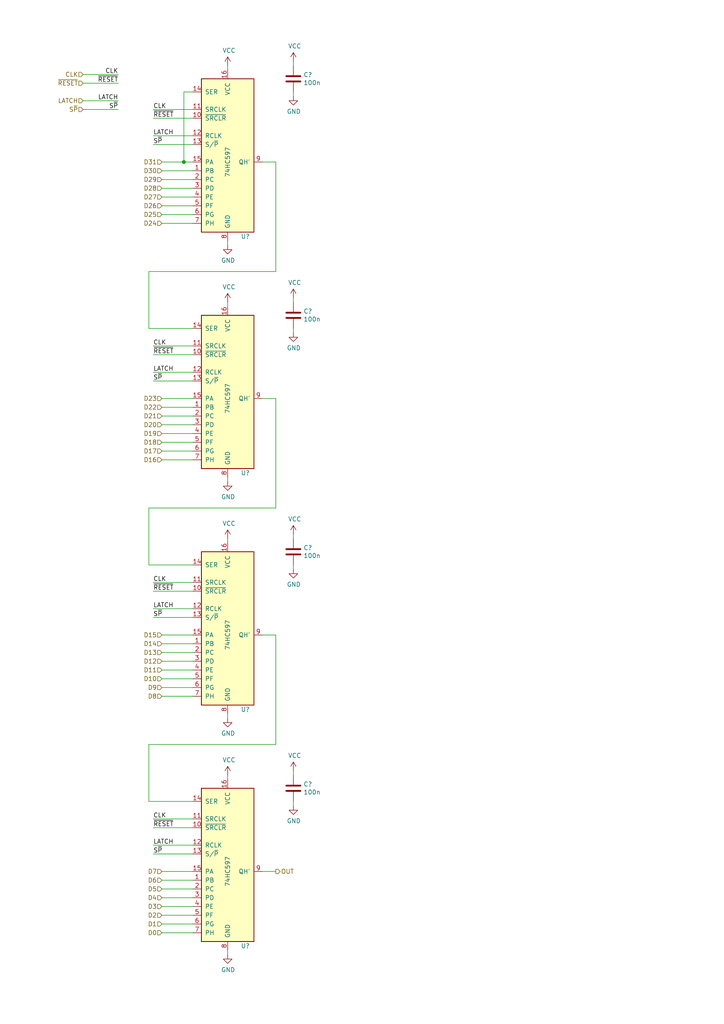
<source format=kicad_sch>
(kicad_sch (version 20211123) (generator eeschema)
  (paper "A4" portrait)
  (lib_symbols
    (symbol "Device:C" (pin_numbers hide) (pin_names (offset 0.254))
      (property "Reference" "C" (at 0.635 2.54 0))
      (property "Value" "C" (at 0.635 -2.54 0))
      (symbol "C_0_1"
        (polyline (pts (xy -2.032 -0.762) (xy 2.032 -0.762)) (stroke (width 0.508)))
        (polyline (pts (xy -2.032 0.762) (xy 2.032 0.762)) (stroke (width 0.508)))
      )
      (symbol "C_1_1"
        (pin passive line (at 0 3.81 270) (length 2.794) (name "~") (number "1"))
        (pin passive line (at 0 -3.81 90) (length 2.794) (name "~") (number "2"))
      )
    )
    (symbol "power:GND" (power) (pin_names (offset 0))
      (property "Value" "GND" (at 0 -3.81 0))
      (symbol "GND_0_1"
        (polyline (pts (xy 0 0) (xy 0 -1.27) (xy 1.27 -1.27) (xy 0 -2.54) (xy -1.27 -1.27) (xy 0 -1.27)))
      )
      (symbol "GND_1_1"
        (pin power_in line (at 0 0 270) (length 0) hide (name "GND") (number "1"))
      )
    )
    (symbol "power:VCC" (power) (pin_names (offset 0))
      (property "Value" "VCC" (at 0 3.81 0))
      (symbol "VCC_0_1"
        (polyline (pts (xy -0.762 1.27) (xy 0 2.54)))
        (polyline (pts (xy 0 0) (xy 0 2.54)))
        (polyline (pts (xy 0 2.54) (xy 0.762 1.27)))
      )
      (symbol "VCC_1_1"
        (pin power_in line (at 0 0 90) (length 0) hide (name "VCC") (number "1"))
      )
    )
    (symbol "riscv-serial:74HC597" (pin_names (offset 1.016))
      (property "Reference" "U" (at 5.08 -22.86 0))
      (property "Value" "74HC597" (at 0 0 90))
      (symbol "74HC597_0_1"
        (rectangle (start -7.62 24.13) (end 7.62 -20.32) (stroke (width 0.254)) (fill (type background)))
      )
      (symbol "74HC597_1_1"
        (pin input line (at -10.16 -2.54 0) (length 2.54) (name "PB") (number "1"))
        (pin input line (at -10.16 12.7 0) (length 2.54) (name "~{SRCLR}") (number "10"))
        (pin input line (at -10.16 15.24 0) (length 2.54) (name "SRCLK") (number "11"))
        (pin input line (at -10.16 7.62 0) (length 2.54) (name "RCLK") (number "12"))
        (pin input line (at -10.16 5.08 0) (length 2.54) (name "S/~{P}") (number "13"))
        (pin input line (at -10.16 20.32 0) (length 2.54) (name "SER") (number "14"))
        (pin input line (at -10.16 0 0) (length 2.54) (name "PA") (number "15"))
        (pin power_in line (at 0 26.67 270) (length 2.54) (name "VCC") (number "16"))
        (pin input line (at -10.16 -5.08 0) (length 2.54) (name "PC") (number "2"))
        (pin input line (at -10.16 -7.62 0) (length 2.54) (name "PD") (number "3"))
        (pin input line (at -10.16 -10.16 0) (length 2.54) (name "PE") (number "4"))
        (pin input line (at -10.16 -12.7 0) (length 2.54) (name "PF") (number "5"))
        (pin input line (at -10.16 -15.24 0) (length 2.54) (name "PG") (number "6"))
        (pin input line (at -10.16 -17.78 0) (length 2.54) (name "PH") (number "7"))
        (pin power_in line (at 0 -22.86 90) (length 2.54) (name "GND") (number "8"))
        (pin output line (at 10.16 0 180) (length 2.54) (name "QH'") (number "9"))
      )
    )
  )
  (junction (at 53.34 46.99))
  (wire (pts (xy 66.04 69.85) (xy 66.04 71.12)))
  (wire (pts (xy 44.45 171.45) (xy 55.88 171.45)))
  (wire (pts (xy 55.88 64.77) (xy 46.99 64.77)))
  (wire (pts (xy 80.01 184.15) (xy 76.2 184.15)))
  (wire (pts (xy 43.18 163.83) (xy 55.88 163.83)))
  (wire (pts (xy 55.88 133.35) (xy 46.99 133.35)))
  (wire (pts (xy 55.88 39.37) (xy 44.45 39.37)))
  (wire (pts (xy 44.45 110.49) (xy 55.88 110.49)))
  (wire (pts (xy 55.88 128.27) (xy 46.99 128.27)))
  (wire (pts (xy 53.34 26.67) (xy 53.34 46.99)))
  (wire (pts (xy 55.88 201.93) (xy 46.99 201.93)))
  (wire (pts (xy 85.09 95.25) (xy 85.09 96.52)))
  (wire (pts (xy 80.01 46.99) (xy 80.01 78.74)))
  (wire (pts (xy 80.01 78.74) (xy 43.18 78.74)))
  (wire (pts (xy 46.99 120.65) (xy 55.88 120.65)))
  (wire (pts (xy 46.99 257.81) (xy 55.88 257.81)))
  (wire (pts (xy 46.99 115.57) (xy 55.88 115.57)))
  (wire (pts (xy 34.29 24.13) (xy 24.13 24.13)))
  (wire (pts (xy 85.09 163.83) (xy 85.09 165.1)))
  (wire (pts (xy 66.04 224.79) (xy 66.04 226.06)))
  (wire (pts (xy 46.99 46.99) (xy 53.34 46.99)))
  (wire (pts (xy 55.88 26.67) (xy 53.34 26.67)))
  (wire (pts (xy 46.99 57.15) (xy 55.88 57.15)))
  (wire (pts (xy 80.01 252.73) (xy 76.2 252.73)))
  (wire (pts (xy 55.88 270.51) (xy 46.99 270.51)))
  (wire (pts (xy 66.04 19.05) (xy 66.04 20.32)))
  (wire (pts (xy 80.01 215.9) (xy 43.18 215.9)))
  (wire (pts (xy 85.09 86.36) (xy 85.09 87.63)))
  (wire (pts (xy 34.29 31.75) (xy 24.13 31.75)))
  (wire (pts (xy 46.99 267.97) (xy 55.88 267.97)))
  (wire (pts (xy 46.99 125.73) (xy 55.88 125.73)))
  (wire (pts (xy 66.04 156.21) (xy 66.04 157.48)))
  (wire (pts (xy 55.88 54.61) (xy 46.99 54.61)))
  (wire (pts (xy 80.01 115.57) (xy 80.01 147.32)))
  (wire (pts (xy 80.01 115.57) (xy 76.2 115.57)))
  (wire (pts (xy 46.99 130.81) (xy 55.88 130.81)))
  (wire (pts (xy 46.99 199.39) (xy 55.88 199.39)))
  (wire (pts (xy 55.88 196.85) (xy 46.99 196.85)))
  (wire (pts (xy 53.34 46.99) (xy 55.88 46.99)))
  (wire (pts (xy 43.18 215.9) (xy 43.18 232.41)))
  (wire (pts (xy 55.88 118.11) (xy 46.99 118.11)))
  (wire (pts (xy 85.09 26.67) (xy 85.09 27.94)))
  (wire (pts (xy 55.88 49.53) (xy 46.99 49.53)))
  (wire (pts (xy 85.09 232.41) (xy 85.09 233.68)))
  (wire (pts (xy 44.45 240.03) (xy 55.88 240.03)))
  (wire (pts (xy 46.99 194.31) (xy 55.88 194.31)))
  (wire (pts (xy 55.88 265.43) (xy 46.99 265.43)))
  (wire (pts (xy 46.99 252.73) (xy 55.88 252.73)))
  (wire (pts (xy 66.04 87.63) (xy 66.04 88.9)))
  (wire (pts (xy 55.88 168.91) (xy 44.45 168.91)))
  (wire (pts (xy 85.09 154.94) (xy 85.09 156.21)))
  (wire (pts (xy 55.88 176.53) (xy 44.45 176.53)))
  (wire (pts (xy 85.09 17.78) (xy 85.09 19.05)))
  (wire (pts (xy 46.99 262.89) (xy 55.88 262.89)))
  (wire (pts (xy 66.04 207.01) (xy 66.04 208.28)))
  (wire (pts (xy 44.45 247.65) (xy 55.88 247.65)))
  (wire (pts (xy 55.88 186.69) (xy 46.99 186.69)))
  (wire (pts (xy 43.18 147.32) (xy 43.18 163.83)))
  (wire (pts (xy 55.88 107.95) (xy 44.45 107.95)))
  (wire (pts (xy 44.45 41.91) (xy 55.88 41.91)))
  (wire (pts (xy 85.09 223.52) (xy 85.09 224.79)))
  (wire (pts (xy 55.88 260.35) (xy 46.99 260.35)))
  (wire (pts (xy 43.18 232.41) (xy 55.88 232.41)))
  (wire (pts (xy 43.18 95.25) (xy 55.88 95.25)))
  (wire (pts (xy 55.88 31.75) (xy 44.45 31.75)))
  (wire (pts (xy 46.99 189.23) (xy 55.88 189.23)))
  (wire (pts (xy 55.88 245.11) (xy 44.45 245.11)))
  (wire (pts (xy 44.45 34.29) (xy 55.88 34.29)))
  (wire (pts (xy 46.99 62.23) (xy 55.88 62.23)))
  (wire (pts (xy 55.88 255.27) (xy 46.99 255.27)))
  (wire (pts (xy 46.99 52.07) (xy 55.88 52.07)))
  (wire (pts (xy 46.99 184.15) (xy 55.88 184.15)))
  (wire (pts (xy 80.01 184.15) (xy 80.01 215.9)))
  (wire (pts (xy 66.04 138.43) (xy 66.04 139.7)))
  (wire (pts (xy 43.18 78.74) (xy 43.18 95.25)))
  (wire (pts (xy 24.13 21.59) (xy 34.29 21.59)))
  (wire (pts (xy 55.88 123.19) (xy 46.99 123.19)))
  (wire (pts (xy 80.01 147.32) (xy 43.18 147.32)))
  (wire (pts (xy 55.88 59.69) (xy 46.99 59.69)))
  (wire (pts (xy 55.88 237.49) (xy 44.45 237.49)))
  (wire (pts (xy 80.01 46.99) (xy 76.2 46.99)))
  (wire (pts (xy 55.88 100.33) (xy 44.45 100.33)))
  (wire (pts (xy 24.13 29.21) (xy 34.29 29.21)))
  (wire (pts (xy 44.45 179.07) (xy 55.88 179.07)))
  (wire (pts (xy 66.04 275.59) (xy 66.04 276.86)))
  (wire (pts (xy 44.45 102.87) (xy 55.88 102.87)))
  (wire (pts (xy 55.88 191.77) (xy 46.99 191.77)))
  (label "S~{P}" (at 44.45 247.65 0))
  (label "~{RESET}" (at 44.45 171.45 0))
  (label "~{RESET}" (at 44.45 102.87 0))
  (label "CLK" (at 34.29 21.59 180))
  (label "CLK" (at 44.45 168.91 0))
  (label "LATCH" (at 44.45 245.11 0))
  (label "S~{P}" (at 44.45 41.91 0))
  (label "S~{P}" (at 34.29 31.75 180))
  (label "LATCH" (at 44.45 107.95 0))
  (label "LATCH" (at 44.45 176.53 0))
  (label "CLK" (at 44.45 100.33 0))
  (label "S~{P}" (at 44.45 179.07 0))
  (label "~{RESET}" (at 34.29 24.13 180))
  (label "S~{P}" (at 44.45 110.49 0))
  (label "~{RESET}" (at 44.45 240.03 0))
  (label "LATCH" (at 44.45 39.37 0))
  (label "LATCH" (at 34.29 29.21 180))
  (label "~{RESET}" (at 44.45 34.29 0))
  (label "CLK" (at 44.45 31.75 0))
  (label "CLK" (at 44.45 237.49 0))
  (hierarchical_label "D10" (shape input) (at 46.99 196.85 180))
  (hierarchical_label "D31" (shape input) (at 46.99 46.99 180))
  (hierarchical_label "LATCH" (shape input) (at 24.13 29.21 180))
  (hierarchical_label "D28" (shape input) (at 46.99 54.61 180))
  (hierarchical_label "D15" (shape input) (at 46.99 184.15 180))
  (hierarchical_label "CLK" (shape input) (at 24.13 21.59 180))
  (hierarchical_label "D18" (shape input) (at 46.99 128.27 180))
  (hierarchical_label "D12" (shape input) (at 46.99 191.77 180))
  (hierarchical_label "D29" (shape input) (at 46.99 52.07 180))
  (hierarchical_label "D17" (shape input) (at 46.99 130.81 180))
  (hierarchical_label "D3" (shape input) (at 46.99 262.89 180))
  (hierarchical_label "D21" (shape input) (at 46.99 120.65 180))
  (hierarchical_label "D30" (shape input) (at 46.99 49.53 180))
  (hierarchical_label "D13" (shape input) (at 46.99 189.23 180))
  (hierarchical_label "OUT" (shape output) (at 80.01 252.73 0))
  (hierarchical_label "S~{P}" (shape input) (at 24.13 31.75 180))
  (hierarchical_label "D16" (shape input) (at 46.99 133.35 180))
  (hierarchical_label "D11" (shape input) (at 46.99 194.31 180))
  (hierarchical_label "D14" (shape input) (at 46.99 186.69 180))
  (hierarchical_label "D0" (shape input) (at 46.99 270.51 180))
  (hierarchical_label "D27" (shape input) (at 46.99 57.15 180))
  (hierarchical_label "D7" (shape input) (at 46.99 252.73 180))
  (hierarchical_label "D2" (shape input) (at 46.99 265.43 180))
  (hierarchical_label "~{RESET}" (shape input) (at 24.13 24.13 180))
  (hierarchical_label "D25" (shape input) (at 46.99 62.23 180))
  (hierarchical_label "D4" (shape input) (at 46.99 260.35 180))
  (hierarchical_label "D19" (shape input) (at 46.99 125.73 180))
  (hierarchical_label "D24" (shape input) (at 46.99 64.77 180))
  (hierarchical_label "D23" (shape input) (at 46.99 115.57 180))
  (hierarchical_label "D26" (shape input) (at 46.99 59.69 180))
  (hierarchical_label "D8" (shape input) (at 46.99 201.93 180))
  (hierarchical_label "D1" (shape input) (at 46.99 267.97 180))
  (hierarchical_label "D9" (shape input) (at 46.99 199.39 180))
  (hierarchical_label "D6" (shape input) (at 46.99 255.27 180))
  (hierarchical_label "D22" (shape input) (at 46.99 118.11 180))
  (hierarchical_label "D5" (shape input) (at 46.99 257.81 180))
  (hierarchical_label "D20" (shape input) (at 46.99 123.19 180))
  (symbol (lib_id "riscv-serial:74HC597") (at 66.04 252.73 0) (unit 1)
    (property "Reference" "U?" (at 69.85 274.32 0) (effects (justify left)))
    (property "Value" "74HC597" (at 66.04 252.73 90))
    (property "Footprint" "Package_SO:SOIC-16_3.9x9.9mm_P1.27mm" (effects hide))
  )
  (symbol (lib_id "power:GND") (at 66.04 139.7 0) (unit 1)
    (property "Reference" "#PWR?" (effects hide))
    (property "Value" "GND" (at 66.167 144.0942 0))
  )
  (symbol (lib_id "power:GND") (at 66.04 208.28 0) (unit 1)
    (property "Reference" "#PWR?" (effects hide))
    (property "Value" "GND" (at 66.167 212.6742 0))
  )
  (symbol (lib_id "power:GND") (at 85.09 233.68 0) (unit 1)
    (property "Reference" "#PWR?" (effects hide))
    (property "Value" "GND" (at 85.217 238.0742 0))
  )
  (symbol (lib_id "riscv-serial:74HC597") (at 66.04 184.15 0) (unit 1)
    (property "Reference" "U?" (at 69.85 205.74 0) (effects (justify left)))
    (property "Value" "74HC597" (at 66.04 184.15 90))
    (property "Footprint" "Package_SO:SOIC-16_3.9x9.9mm_P1.27mm" (effects hide))
  )
  (symbol (lib_id "power:VCC") (at 66.04 156.21 0) (unit 1)
    (property "Reference" "#PWR?" (effects hide))
    (property "Value" "VCC" (at 66.421 151.8158 0))
  )
  (symbol (lib_id "Device:C") (at 85.09 160.02 0) (unit 1)
    (property "Reference" "C?" (at 88.011 158.8516 0) (effects (justify left)))
    (property "Value" "100n" (at 88.011 161.163 0) (effects (justify left)))
    (property "Footprint" "Capacitor_SMD:C_0805_2012Metric_Pad1.18x1.45mm_HandSolder" (effects hide))
  )
  (symbol (lib_id "power:VCC") (at 66.04 224.79 0) (unit 1)
    (property "Reference" "#PWR?" (effects hide))
    (property "Value" "VCC" (at 66.421 220.3958 0))
  )
  (symbol (lib_id "power:GND") (at 66.04 276.86 0) (unit 1)
    (property "Reference" "#PWR?" (effects hide))
    (property "Value" "GND" (at 66.167 281.2542 0))
  )
  (symbol (lib_id "Device:C") (at 85.09 228.6 0) (unit 1)
    (property "Reference" "C?" (at 88.011 227.4316 0) (effects (justify left)))
    (property "Value" "100n" (at 88.011 229.743 0) (effects (justify left)))
    (property "Footprint" "Capacitor_SMD:C_0805_2012Metric_Pad1.18x1.45mm_HandSolder" (effects hide))
  )
  (symbol (lib_id "power:VCC") (at 85.09 223.52 0) (unit 1)
    (property "Reference" "#PWR?" (effects hide))
    (property "Value" "VCC" (at 85.471 219.1258 0))
  )
  (symbol (lib_id "riscv-serial:74HC597") (at 66.04 115.57 0) (unit 1)
    (property "Reference" "U?" (at 69.85 137.16 0) (effects (justify left)))
    (property "Value" "74HC597" (at 66.04 115.57 90))
    (property "Footprint" "Package_SO:SOIC-16_3.9x9.9mm_P1.27mm" (effects hide))
  )
  (symbol (lib_id "power:VCC") (at 66.04 87.63 0) (unit 1)
    (property "Reference" "#PWR?" (effects hide))
    (property "Value" "VCC" (at 66.421 83.2358 0))
  )
  (symbol (lib_id "Device:C") (at 85.09 91.44 0) (unit 1)
    (property "Reference" "C?" (at 88.011 90.2716 0) (effects (justify left)))
    (property "Value" "100n" (at 88.011 92.583 0) (effects (justify left)))
    (property "Footprint" "Capacitor_SMD:C_0805_2012Metric_Pad1.18x1.45mm_HandSolder" (effects hide))
  )
  (symbol (lib_id "power:VCC") (at 85.09 86.36 0) (unit 1)
    (property "Reference" "#PWR?" (effects hide))
    (property "Value" "VCC" (at 85.471 81.9658 0))
  )
  (symbol (lib_id "power:GND") (at 85.09 96.52 0) (unit 1)
    (property "Reference" "#PWR?" (effects hide))
    (property "Value" "GND" (at 85.217 100.9142 0))
  )
  (symbol (lib_id "power:VCC") (at 85.09 154.94 0) (unit 1)
    (property "Reference" "#PWR?" (effects hide))
    (property "Value" "VCC" (at 85.471 150.5458 0))
  )
  (symbol (lib_id "power:GND") (at 85.09 165.1 0) (unit 1)
    (property "Reference" "#PWR?" (effects hide))
    (property "Value" "GND" (at 85.217 169.4942 0))
  )
  (symbol (lib_id "riscv-serial:74HC597") (at 66.04 46.99 0) (unit 1)
    (property "Reference" "U?" (at 69.85 68.58 0) (effects (justify left)))
    (property "Value" "74HC597" (at 66.04 46.99 90))
    (property "Footprint" "Package_SO:SOIC-16_3.9x9.9mm_P1.27mm" (effects hide))
  )
  (symbol (lib_id "power:VCC") (at 66.04 19.05 0) (unit 1)
    (property "Reference" "#PWR?" (effects hide))
    (property "Value" "VCC" (at 66.421 14.6558 0))
  )
  (symbol (lib_id "power:GND") (at 66.04 71.12 0) (unit 1)
    (property "Reference" "#PWR?" (effects hide))
    (property "Value" "GND" (at 66.167 75.5142 0))
  )
  (symbol (lib_id "Device:C") (at 85.09 22.86 0) (unit 1)
    (property "Reference" "C?" (at 88.011 21.6916 0) (effects (justify left)))
    (property "Value" "100n" (at 88.011 24.003 0) (effects (justify left)))
    (property "Footprint" "Capacitor_SMD:C_0805_2012Metric_Pad1.18x1.45mm_HandSolder" (effects hide))
  )
  (symbol (lib_id "power:VCC") (at 85.09 17.78 0) (unit 1)
    (property "Reference" "#PWR?" (effects hide))
    (property "Value" "VCC" (at 85.471 13.3858 0))
  )
  (symbol (lib_id "power:GND") (at 85.09 27.94 0) (unit 1)
    (property "Reference" "#PWR?" (effects hide))
    (property "Value" "GND" (at 85.217 32.3342 0))
  )
)
</source>
